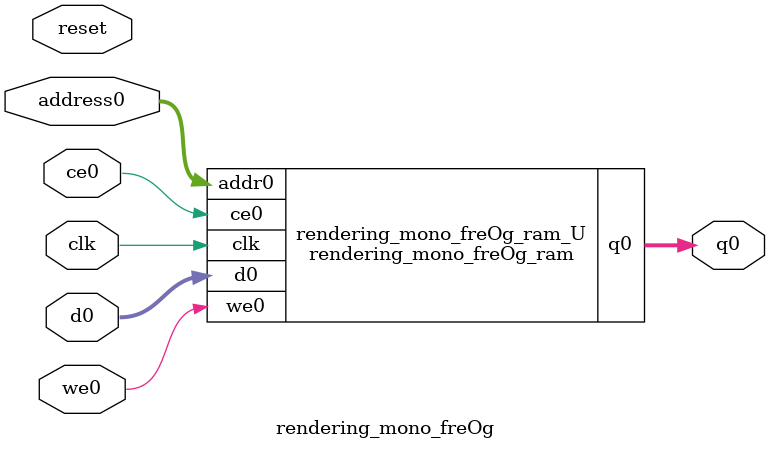
<source format=v>
`timescale 1 ns / 1 ps
module rendering_mono_freOg_ram (addr0, ce0, d0, we0, q0,  clk);

parameter DWIDTH = 8;
parameter AWIDTH = 9;
parameter MEM_SIZE = 500;

input[AWIDTH-1:0] addr0;
input ce0;
input[DWIDTH-1:0] d0;
input we0;
output reg[DWIDTH-1:0] q0;
input clk;

(* ram_style = "block" *)reg [DWIDTH-1:0] ram[0:MEM_SIZE-1];




always @(posedge clk)  
begin 
    if (ce0) begin
        if (we0) 
            ram[addr0] <= d0; 
        q0 <= ram[addr0];
    end
end


endmodule

`timescale 1 ns / 1 ps
module rendering_mono_freOg(
    reset,
    clk,
    address0,
    ce0,
    we0,
    d0,
    q0);

parameter DataWidth = 32'd8;
parameter AddressRange = 32'd500;
parameter AddressWidth = 32'd9;
input reset;
input clk;
input[AddressWidth - 1:0] address0;
input ce0;
input we0;
input[DataWidth - 1:0] d0;
output[DataWidth - 1:0] q0;



rendering_mono_freOg_ram rendering_mono_freOg_ram_U(
    .clk( clk ),
    .addr0( address0 ),
    .ce0( ce0 ),
    .we0( we0 ),
    .d0( d0 ),
    .q0( q0 ));

endmodule


</source>
